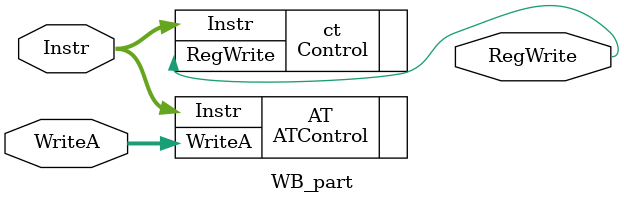
<source format=v>
`timescale 1ns / 1ps
`default_nettype none
module WB_part(
    input wire [31:0] Instr,
    input wire [4:0] WriteA,
    output wire RegWrite
    );

/****      signal      ****/

    wire [1:0] MemtoReg;

    Control ct(
        .Instr(Instr),
        .RegWrite(RegWrite)
    );

    ATControl AT(
        .Instr(Instr),
        .WriteA(WriteA)
    );

endmodule

</source>
